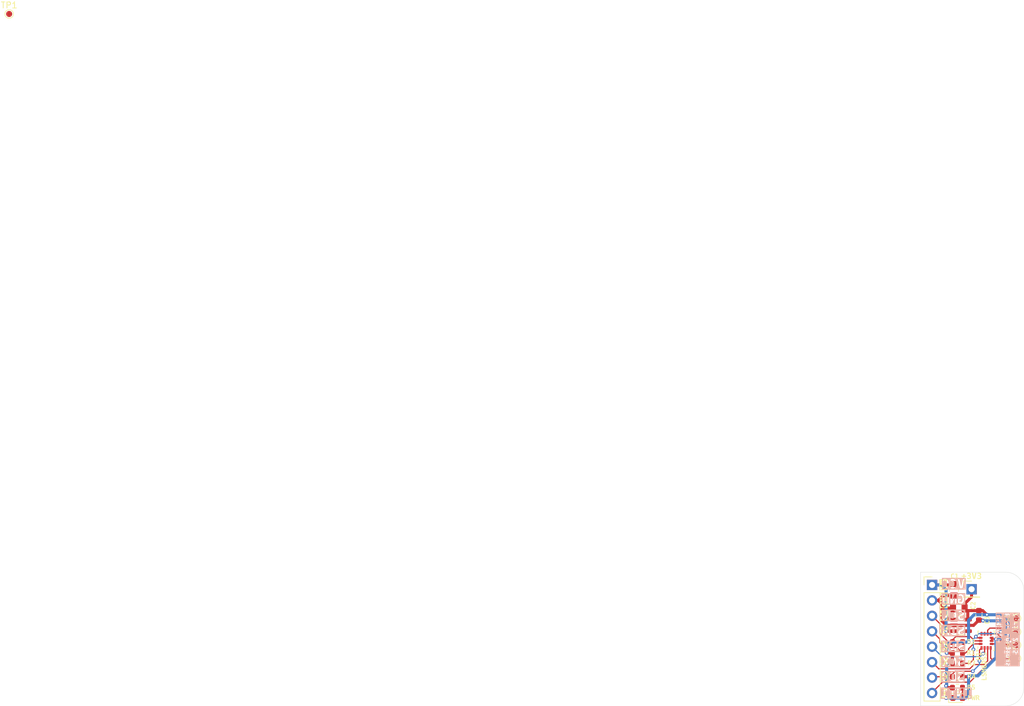
<source format=kicad_pcb>
(kicad_pcb (version 20241229) (generator "pcbnew") (generator_version "9.0")
  (layers (0 "F.Cu" signal) (2 "B.Cu" signal) (13 "F.Paste" user) (15 "B.Paste" user) (5 "F.SilkS" user "F.Silkscreen") (7 "B.SilkS" user "B.Silkscreen") (1 "F.Mask" user) (3 "B.Mask" user) (25 "Edge.Cuts" user))
  (net 0 "")
  (net 1 "GND")
  (net 2 "VCC")
  (net 3 "+3V3")
  (net 4 "Net-(D1-A)")
  (net 5 "/SCX")
  (net 6 "/SDX")
  (net 7 "/SDO")
  (net 8 "/SCL")
  (net 9 "/SDA")
  (net 10 "/INT1")
  (net 11 "/CS")
  (net 13 "/INT2")
  (footprint "Connector_PinHeader_2.54mm:PinHeader_1x08_P2.54mm_Vertical" (layer "F.Cu") (at 152.77868 94.97868)
    (property "Reference" "J1" (hide yes))
    (property "Value" "Conn_01x08_Pin" (hide yes))
    (fp_line (start -1.33 -1.33) (end 0 -1.33) (stroke (width 0.12)) (layer "F.SilkS"))
    (fp_line (start -1.33 0) (end -1.33 -1.33) (stroke (width 0.12)) (layer "F.SilkS"))
    (fp_line (start -1.33 1.27) (end -1.33 19.11) (stroke (width 0.12)) (layer "F.SilkS"))
    (fp_line (start -1.33 1.27) (end 1.33 1.27) (stroke (width 0.12)) (layer "F.SilkS"))
    (fp_line (start -1.33 19.11) (end 1.33 19.11) (stroke (width 0.12)) (layer "F.SilkS"))
    (fp_line (start 1.33 1.27) (end 1.33 19.11) (stroke (width 0.12)) (layer "F.SilkS"))
    (pad "1" thru_hole rect (at 0 0) (size 1.7 1.7) (drill 1) (layers "*.Cu" "*.Mask") (net 2 "VCC"))
    (pad "2" thru_hole oval (at 0 2.54) (size 1.7 1.7) (drill 1) (layers "*.Cu" "*.Mask") (net 1 "GND"))
    (pad "3" thru_hole oval (at 0 5.08) (size 1.7 1.7) (drill 1) (layers "*.Cu" "*.Mask") (net 8 "/SCL"))
    (pad "4" thru_hole oval (at 0 7.62) (size 1.7 1.7) (drill 1) (layers "*.Cu" "*.Mask") (net 9 "/SDA"))
    (pad "5" thru_hole oval (at 0 10.16) (size 1.7 1.7) (drill 1) (layers "*.Cu" "*.Mask") (net 6 "/SDX"))
    (pad "6" thru_hole oval (at 0 12.7) (size 1.7 1.7) (drill 1) (layers "*.Cu" "*.Mask") (net 5 "/SCX"))
    (pad "7" thru_hole oval (at 0 15.24) (size 1.7 1.7) (drill 1) (layers "*.Cu" "*.Mask") (net 7 "/SDO"))
    (pad "8" thru_hole oval (at 0 17.78) (size 1.7 1.7) (drill 1) (layers "*.Cu" "*.Mask") (net 10 "/INT1"))
  )
  (footprint "TestPoint:TestPoint_Pad_D1.0mm" (layer "F.Cu") (at 166.67868 100.47868)
    (property "Reference" "TP6" (hide yes))
    (property "Value" "I2" (at -1.6 0 0) (layer "F.SilkS") (effects (font (size 0.8 0.8) (thickness 0.16) (bold yes))))
    (fp_circle (center 0 0) (end 0 0.7) (stroke (width 0.12)) (fill no) (layer "F.SilkS"))
    (pad "1" smd circle (at 0 0) (size 1 1) (layers "F.Cu" "F.Mask") (net 13 "/INT2"))
  )
  (footprint "Resistor_SMD:R_0603_1608Metric" (layer "F.Cu") (at 156.97868 104.37868 180)
    (property "Reference" "R2" (at -2.225 0 0) (layer "F.SilkS") (effects (font (size 0.8 0.8) (thickness 0.16) (bold yes))))
    (property "Value" "4k7" (hide yes))
    (fp_line (start -0.237258 0.5225) (end 0.237258 0.5225) (stroke (width 0.12)) (layer "F.SilkS"))
    (fp_line (start -0.237258 -0.5225) (end 0.237258 -0.5225) (stroke (width 0.12)) (layer "F.SilkS"))
    (pad "1" smd roundrect (at -0.825 0 180) (size 0.8 0.95) (layers "F.Cu" "F.Mask" "F.Paste") (net 3 "+3V3"))
    (pad "2" smd roundrect (at 0.825 0 180) (size 0.8 0.95) (layers "F.Cu" "F.Mask" "F.Paste") (net 8 "/SCL"))
  )
  (footprint "MountingHole:MountingHole_3.2mm_M3" (layer "F.Cu") (at 164.27868 96.47868)
    (property "Reference" "H1" (hide yes))
    (property "Value" "MountingHole" (hide yes))
    (pad "" np_thru_hole circle (at 0 0) (size 3.2 3.2) (drill 3.2) (layers "*.Cu" "*.Mask"))
  )
  (footprint "Resistor_SMD:R_0603_1608Metric" (layer "F.Cu") (at 156.95368 106.17868 180)
    (property "Reference" "R1" (at -2.225 0 0) (layer "F.SilkS") (effects (font (size 0.8 0.8) (thickness 0.16) (bold yes))))
    (property "Value" "4k7" (hide yes))
    (fp_line (start -0.237258 0.5225) (end 0.237258 0.5225) (stroke (width 0.12)) (layer "F.SilkS"))
    (fp_line (start -0.237258 -0.5225) (end 0.237258 -0.5225) (stroke (width 0.12)) (layer "F.SilkS"))
    (pad "1" smd roundrect (at -0.825 0 180) (size 0.8 0.95) (layers "F.Cu" "F.Mask" "F.Paste") (net 9 "/SDA"))
    (pad "2" smd roundrect (at 0.825 0 180) (size 0.8 0.95) (layers "F.Cu" "F.Mask" "F.Paste") (net 3 "+3V3"))
  )
  (footprint "Connector_PinHeader_2.54mm:PinHeader_1x01_P2.54mm_Vertical" (layer "F.Cu") (at 159.27868 95.67868)
    (property "Reference" "J2" (hide yes))
    (property "Value" "+3V3" (at 0 -2.1 0) (layer "F.SilkS") (effects (font (thickness 0.2) (bold yes))))
    (fp_line (start -1.33 -1.33) (end 0 -1.33) (stroke (width 0.12)) (layer "F.SilkS"))
    (fp_line (start -1.33 0) (end -1.33 -1.33) (stroke (width 0.12)) (layer "F.SilkS"))
    (fp_line (start -1.33 1.27) (end -1.33 1.33) (stroke (width 0.12)) (layer "F.SilkS"))
    (fp_line (start -1.33 1.27) (end 1.33 1.27) (stroke (width 0.12)) (layer "F.SilkS"))
    (fp_line (start -1.33 1.33) (end 1.33 1.33) (stroke (width 0.12)) (layer "F.SilkS"))
    (fp_line (start 1.33 1.27) (end 1.33 1.33) (stroke (width 0.12)) (layer "F.SilkS"))
    (pad "1" thru_hole rect (at 0 0) (size 1.7 1.7) (drill 1) (layers "*.Cu" "*.Mask") (net 3 "+3V3"))
  )
  (footprint "Capacitor_SMD:C_0805_2012Metric" (layer "F.Cu") (at 157.17868 98.77868 180)
    (property "Reference" "C2" (at -2.4 0.4 90) (layer "F.SilkS") (effects (font (size 0.8 0.8) (thickness 0.16) (bold yes))))
    (property "Value" "10uF" (hide yes))
    (fp_line (start -0.261252 0.735) (end 0.261252 0.735) (stroke (width 0.12)) (layer "F.SilkS"))
    (fp_line (start -0.261252 -0.735) (end 0.261252 -0.735) (stroke (width 0.12)) (layer "F.SilkS"))
    (pad "1" smd roundrect (at -0.95 0 180) (size 1 1.45) (layers "F.Cu" "F.Mask" "F.Paste") (net 3 "+3V3"))
    (pad "2" smd roundrect (at 0.95 0 180) (size 1 1.45) (layers "F.Cu" "F.Mask" "F.Paste") (net 1 "GND"))
  )
  (footprint "LED_SMD:LED_0603_1608Metric" (layer "F.Cu") (at 156.99118 113.57868)
    (property "Reference" "D1" (hide yes))
    (property "Value" "PWR" (at 2.60882 0.02132 0) (layer "F.SilkS") (effects (font (size 0.8 0.8) (thickness 0.16) (bold yes))))
    (fp_line (start -1.485 -0.735) (end -1.485 0.735) (stroke (width 0.12)) (layer "F.SilkS"))
    (fp_line (start -1.485 0.735) (end 0.8 0.735) (stroke (width 0.12)) (layer "F.SilkS"))
    (fp_line (start 0.8 -0.735) (end -1.485 -0.735) (stroke (width 0.12)) (layer "F.SilkS"))
    (pad "1" smd roundrect (at -0.7875 0) (size 0.875 0.95) (layers "F.Cu" "F.Mask" "F.Paste") (net 1 "GND"))
    (pad "2" smd roundrect (at 0.7875 0) (size 0.875 0.95) (layers "F.Cu" "F.Mask" "F.Paste") (net 4 "Net-(D1-A)"))
  )
  (footprint "Resistor_SMD:R_0603_1608Metric" (layer "F.Cu") (at 156.95368 110.07868)
    (property "Reference" "R4" (at 2.325 0 0) (layer "F.SilkS") (effects (font (size 0.8 0.8) (thickness 0.16) (bold yes))))
    (property "Value" "10k" (hide yes))
    (fp_line (start -0.237258 -0.5225) (end 0.237258 -0.5225) (stroke (width 0.12)) (layer "F.SilkS"))
    (fp_line (start -0.237258 0.5225) (end 0.237258 0.5225) (stroke (width 0.12)) (layer "F.SilkS"))
    (pad "1" smd roundrect (at -0.825 0) (size 0.8 0.95) (layers "F.Cu" "F.Mask" "F.Paste") (net 7 "/SDO"))
    (pad "2" smd roundrect (at 0.825 0) (size 0.8 0.95) (layers "F.Cu" "F.Mask" "F.Paste") (net 1 "GND"))
  )
  (footprint "Package_LGA:LGA-14_3x2.5mm_P0.5mm_LayoutBorder3x4y" (layer "F.Cu") (at 161.66618 104.17868 90)
    (property "Reference" "U1" (at -2.52132 -1.16618 90) (layer "F.SilkS") (effects (font (size 0.8 0.8) (thickness 0.16) (bold yes))))
    (property "Value" "LSM6DS3" (at -4.22132 -0.26618 90) (layer "F.SilkS") (effects (font (size 0.8 0.8) (thickness 0.16) (bold yes))))
    (fp_line (start 1.61 -1.36) (end 1.61 -1.185) (stroke (width 0.12)) (layer "F.SilkS"))
    (fp_line (start 0.935 -1.36) (end 1.61 -1.36) (stroke (width 0.12)) (layer "F.SilkS"))
    (fp_line (start -0.935 -1.36) (end -1.31 -1.36) (stroke (width 0.12)) (layer "F.SilkS"))
    (fp_line (start 1.61 1.36) (end 1.61 1.185) (stroke (width 0.12)) (layer "F.SilkS"))
    (fp_line (start 0.935 1.36) (end 1.61 1.36) (stroke (width 0.12)) (layer "F.SilkS"))
    (fp_line (start -0.935 1.36) (end -1.61 1.36) (stroke (width 0.12)) (layer "F.SilkS"))
    (fp_line (start -1.61 1.36) (end -1.61 1.185) (stroke (width 0.12)) (layer "F.SilkS"))
    (fp_poly (pts (xy -1.61 -1.36) (xy -1.75 -1.55) (xy -1.47 -1.55) (xy -1.61 -1.36)) (stroke (width 0.12)) (fill yes) (layer "F.SilkS"))
    (pad "1" smd roundrect (at -1.1625 -0.75 90) (size 0.625 0.35) (layers "F.Cu" "F.Mask" "F.Paste") (net 7 "/SDO"))
    (pad "2" smd roundrect (at -1.1625 -0.25 90) (size 0.625 0.35) (layers "F.Cu" "F.Mask" "F.Paste") (net 6 "/SDX"))
    (pad "3" smd roundrect (at -1.1625 0.25 90) (size 0.625 0.35) (layers "F.Cu" "F.Mask" "F.Paste") (net 5 "/SCX"))
    (pad "4" smd roundrect (at -1.1625 0.75 90) (size 0.625 0.35) (layers "F.Cu" "F.Mask" "F.Paste") (net 10 "/INT1"))
    (pad "5" smd roundrect (at -0.5 0.9125 90) (size 0.35 0.625) (layers "F.Cu" "F.Mask" "F.Paste") (net 3 "+3V3"))
    (pad "6" smd roundrect (at 0 0.9125 90) (size 0.35 0.625) (layers "F.Cu" "F.Mask" "F.Paste") (net 1 "GND"))
    (pad "7" smd roundrect (at 0.5 0.9125 90) (size 0.35 0.625) (layers "F.Cu" "F.Mask" "F.Paste") (net 1 "GND"))
    (pad "8" smd roundrect (at 1.1625 0.75 90) (size 0.625 0.35) (layers "F.Cu" "F.Mask" "F.Paste") (net 3 "+3V3"))
    (pad "9" smd roundrect (at 1.1625 0.25 90) (size 0.625 0.35) (layers "F.Cu" "F.Mask" "F.Paste") (net 13 "/INT2"))
    (pad "10" smd roundrect (at 1.1625 -0.25 90) (size 0.625 0.35) (layers "F.Cu" "F.Mask" "F.Paste"))
    (pad "11" smd roundrect (at 1.1625 -0.75 90) (size 0.625 0.35) (layers "F.Cu" "F.Mask" "F.Paste"))
    (pad "12" smd roundrect (at 0.5 -0.9125 90) (size 0.35 0.625) (layers "F.Cu" "F.Mask" "F.Paste") (net 11 "/CS"))
    (pad "13" smd roundrect (at 0 -0.9125 90) (size 0.35 0.625) (layers "F.Cu" "F.Mask" "F.Paste") (net 8 "/SCL"))
    (pad "14" smd roundrect (at -0.5 -0.9125 90) (size 0.35 0.625) (layers "F.Cu" "F.Mask" "F.Paste") (net 9 "/SDA"))
  )
  (footprint "Resistor_SMD:R_0603_1608Metric" (layer "F.Cu") (at 156.95368 107.87868)
    (property "Reference" "R3" (at 2.325 0 0) (layer "F.SilkS") (effects (font (size 0.8 0.8) (thickness 0.16) (bold yes))))
    (property "Value" "10k" (hide yes))
    (fp_line (start -0.237258 -0.5225) (end 0.237258 -0.5225) (stroke (width 0.12)) (layer "F.SilkS"))
    (fp_line (start -0.237258 0.5225) (end 0.237258 0.5225) (stroke (width 0.12)) (layer "F.SilkS"))
    (pad "1" smd roundrect (at -0.825 0) (size 0.8 0.95) (layers "F.Cu" "F.Mask" "F.Paste") (net 3 "+3V3"))
    (pad "2" smd roundrect (at 0.825 0) (size 0.8 0.95) (layers "F.Cu" "F.Mask" "F.Paste") (net 11 "/CS"))
  )
  (footprint "Resistor_SMD:R_0603_1608Metric" (layer "F.Cu") (at 156.95368 111.87868)
    (property "Reference" "R5" (at 2.275 0 0) (layer "F.SilkS") (effects (font (size 0.8 0.8) (thickness 0.16) (bold yes))))
    (property "Value" "10k" (hide yes))
    (fp_line (start -0.237258 -0.5225) (end 0.237258 -0.5225) (stroke (width 0.12)) (layer "F.SilkS"))
    (fp_line (start -0.237258 0.5225) (end 0.237258 0.5225) (stroke (width 0.12)) (layer "F.SilkS"))
    (pad "1" smd roundrect (at -0.825 0) (size 0.8 0.95) (layers "F.Cu" "F.Mask" "F.Paste") (net 3 "+3V3"))
    (pad "2" smd roundrect (at 0.825 0) (size 0.8 0.95) (layers "F.Cu" "F.Mask" "F.Paste") (net 4 "Net-(D1-A)"))
  )
  (footprint "MountingHole:MountingHole_3.2mm_M3" (layer "F.Cu") (at 164.27868 111.27868)
    (property "Reference" "H2" (hide yes))
    (property "Value" "MountingHole" (hide yes))
    (pad "" np_thru_hole circle (at 0 0) (size 3.2 3.2) (drill 3.2) (layers "*.Cu" "*.Mask"))
  )
  (footprint "TestPoint:TestPoint_Pad_D1.0mm" (layer "F.Cu") (at 1.025 1.025)
    (property "Reference" "TP1" (at 0 -1.448 0) (layer "F.SilkS"))
    (property "Value" "3V3")
    (fp_circle (center 0 0) (end 0 0.7) (stroke (width 0.12)) (fill no) (layer "F.SilkS"))
    (pad "1" smd circle (at 0 0) (size 1 1) (layers "F.Cu" "F.Mask"))
  )
  (footprint "TestPoint:TestPoint_Pad_D1.0mm" (layer "F.Cu") (at 166.67868 102.67868)
    (property "Reference" "TP7" (hide yes))
    (property "Value" "CS" (at -1.6 0 180) (layer "F.SilkS") (effects (font (size 0.8 0.8) (thickness 0.16) (bold yes))))
    (fp_circle (center 0 0) (end 0 0.7) (stroke (width 0.12)) (fill no) (layer "F.SilkS"))
    (pad "1" smd circle (at 0 0) (size 1 1) (layers "F.Cu" "F.Mask") (net 11 "/CS"))
  )
  (footprint "TestPoint:TestPoint_Pad_D1.0mm" (layer "F.Cu") (at 166.67868 104.87868)
    (property "Reference" "TP8" (hide yes))
    (property "Value" "3V" (at -1.7 0 0) (layer "F.SilkS") (effects (font (size 0.8 0.8) (thickness 0.16) (bold yes))))
    (fp_circle (center 0 0) (end 0 0.7) (stroke (width 0.12)) (fill no) (layer "F.SilkS"))
    (pad "1" smd circle (at 0 0) (size 1 1) (layers "F.Cu" "F.Mask") (net 3 "+3V3"))
  )
  (footprint "Capacitor_SMD:C_0603_1608Metric" (layer "F.Cu") (at 160.47868 99.97868 -90)
    (property "Reference" "C3" (at 0.8 -1.4 90) (layer "F.SilkS") (effects (font (size 0.8 0.8) (thickness 0.16) (bold yes))))
    (property "Value" "100nF" (hide yes))
    (fp_line (start -0.14058 0.51) (end 0.14058 0.51) (stroke (width 0.12)) (layer "F.SilkS"))
    (fp_line (start -0.14058 -0.51) (end 0.14058 -0.51) (stroke (width 0.12)) (layer "F.SilkS"))
    (pad "1" smd roundrect (at -0.775 0 270) (size 0.9 0.95) (layers "F.Cu" "F.Mask" "F.Paste") (net 3 "+3V3"))
    (pad "2" smd roundrect (at 0.775 0 270) (size 0.9 0.95) (layers "F.Cu" "F.Mask" "F.Paste") (net 1 "GND"))
  )
  (footprint "Package_TO_SOT_SMD:SOT-23-5" (layer "F.Cu") (at 157.51618 101.62868)
    (property "Reference" "U2" (hide yes))
    (property "Value" "AP2112K-3.3" (hide yes))
    (fp_line (start 0 -1.56) (end -0.8 -1.56) (stroke (width 0.12)) (layer "F.SilkS"))
    (fp_line (start 0 -1.56) (end 0.8 -1.56) (stroke (width 0.12)) (layer "F.SilkS"))
    (fp_line (start 0 1.56) (end -0.8 1.56) (stroke (width 0.12)) (layer "F.SilkS"))
    (fp_line (start 0 1.56) (end 0.8 1.56) (stroke (width 0.12)) (layer "F.SilkS"))
    (fp_poly (pts (xy -1.3 -1.51) (xy -1.54 -1.84) (xy -1.06 -1.84) (xy -1.3 -1.51)) (stroke (width 0.12)) (fill yes) (layer "F.SilkS"))
    (pad "1" smd roundrect (at -1.1375 -0.95) (size 1.325 0.6) (layers "F.Cu" "F.Mask" "F.Paste") (net 2 "VCC"))
    (pad "2" smd roundrect (at -1.1375 0) (size 1.325 0.6) (layers "F.Cu" "F.Mask" "F.Paste") (net 1 "GND"))
    (pad "3" smd roundrect (at -1.1375 0.95) (size 1.325 0.6) (layers "F.Cu" "F.Mask" "F.Paste") (net 2 "VCC"))
    (pad "4" smd roundrect (at 1.1375 0.95) (size 1.325 0.6) (layers "F.Cu" "F.Mask" "F.Paste"))
    (pad "5" smd roundrect (at 1.1375 -0.95) (size 1.325 0.6) (layers "F.Cu" "F.Mask" "F.Paste") (net 3 "+3V3"))
  )
  (footprint "Capacitor_SMD:C_0805_2012Metric" (layer "F.Cu") (at 156.37868 95.77868 -90)
    (property "Reference" "C1" (at -2.2 -0.1 180) (layer "F.SilkS") (effects (font (size 0.8 0.8) (thickness 0.16) (bold yes))))
    (property "Value" "10uF" (hide yes))
    (fp_line (start -0.261252 0.735) (end 0.261252 0.735) (stroke (width 0.12)) (layer "F.SilkS"))
    (fp_line (start -0.261252 -0.735) (end 0.261252 -0.735) (stroke (width 0.12)) (layer "F.SilkS"))
    (pad "1" smd roundrect (at -0.95 0 270) (size 1 1.45) (layers "F.Cu" "F.Mask" "F.Paste") (net 2 "VCC"))
    (pad "2" smd roundrect (at 0.95 0 270) (size 1 1.45) (layers "F.Cu" "F.Mask" "F.Paste") (net 1 "GND"))
  )
  (footprint "TestPoint:TestPoint_Pad_D1.0mm" (layer "F.Cu") (at 166.67868 107.07868)
    (property "Reference" "TP5" (hide yes))
    (property "Value" "I1" (at -1.6 0 0) (layer "F.SilkS") (effects (font (size 0.8 0.8) (thickness 0.16) (bold yes))))
    (fp_circle (center 0 0) (end 0 0.7) (stroke (width 0.12)) (fill no) (layer "F.SilkS"))
    (pad "1" smd circle (at 0 0) (size 1 1) (layers "F.Cu" "F.Mask") (net 10 "/INT1"))
  )
  (gr_line (start 150.87868 92.87868) (end 150.87868 114.87868) (stroke (width 0.05)) (layer "Edge.Cuts"))
  (gr_line (start 150.87868 92.87868) (end 164.87868 92.87868) (stroke (width 0.05)) (layer "Edge.Cuts"))
  (gr_line (start 167.87868 95.87868) (end 167.87868 111.87868) (stroke (width 0.05)) (layer "Edge.Cuts"))
  (gr_line (start 150.87868 114.87868) (end 164.87868 114.87868) (stroke (width 0.05)) (layer "Edge.Cuts"))
  (gr_arc (start 164.87868 92.87868) (mid 167 93.75736) (end 167.87868 95.87868) (stroke (width 0.05)) (layer "Edge.Cuts"))
  (gr_arc (start 167.87868 111.87868) (mid 167 114) (end 164.87868 114.87868) (stroke (width 0.05)) (layer "Edge.Cuts"))
  (gr_text "GND" (at 155.37868 98.77868 90) (layer "F.SilkS" knockout) (effects (font (size 1 1) (thickness 0.2) (bold yes)) (justify left bottom)))
  (gr_text "DX\n" (at 155.37868 106.07868 90) (layer "F.SilkS" knockout) (effects (font (size 1 1) (thickness 0.2) (bold yes)) (justify left bottom)))
  (gr_text "D0" (at 155.37868 110.87868 90) (layer "F.SilkS" knockout) (effects (font (size 1 1) (thickness 0.2) (bold yes)) (justify left bottom)))
  (gr_text "CX" (at 155.37868 108.47868 90) (layer "F.SilkS" knockout) (effects (font (size 1 1) (thickness 0.2) (bold yes)) (justify left bottom)))
  (gr_text "I1" (at 155.37868 113.67868 90) (layer "F.SilkS" knockout) (effects (font (size 1 1) (thickness 0.2) (bold yes)) (justify left bottom)))
  (gr_text "DA" (at 155.37868 103.37868 90) (layer "F.SilkS" knockout) (effects (font (size 1 1) (thickness 0.2) (bold yes)) (justify left bottom)))
  (gr_text "CL" (at 155.37868 100.87868 90) (layer "F.SilkS" knockout) (effects (font (size 1 1) (thickness 0.2) (bold yes)) (justify left bottom)))
  (gr_text "V+" (at 155.27868 95.77868 90) (layer "F.SilkS" knockout) (effects (font (size 1 1) (thickness 0.2) (bold yes)) (justify left bottom)))
  (gr_text "SDA" (at 158.2 103.5 0) (layer "B.SilkS" knockout) (effects (font (size 1.5 1.5) (thickness 0.2) (bold yes)) (justify left bottom mirror)))
  (gr_text "SD0" (at 158.1 111.1 0) (layer "B.SilkS" knockout) (effects (font (size 1.5 1.5) (thickness 0.2) (bold yes)) (justify left bottom mirror)))
  (gr_text "LSM3DS0\nEzer Longinus\nApril 2025" (at 167 99.6 90) (layer "B.SilkS" knockout) (effects (font (size 0.8 0.8) (thickness 0.2) (bold yes)) (justify left bottom mirror)))
  (gr_text "VCC" (at 158.2 95.8 0) (layer "B.SilkS" knockout) (effects (font (size 1.5 1.5) (thickness 0.2) (bold yes)) (justify left bottom mirror)))
  (gr_text "SDX" (at 158.2 106.1 0) (layer "B.SilkS" knockout) (effects (font (size 1.5 1.5) (thickness 0.2) (bold yes)) (justify left bottom mirror)))
  (gr_text "SCL" (at 158.2 101 0) (layer "B.SilkS" knockout) (effects (font (size 1.5 1.5) (thickness 0.2) (bold yes)) (justify left bottom mirror)))
  (gr_text "INT1" (at 159.3 113.8 0) (layer "B.SilkS" knockout) (effects (font (size 1.5 1.5) (thickness 0.2) (bold yes)) (justify left bottom mirror)))
  (gr_text "GND" (at 158.2 98.3 0) (layer "B.SilkS" knockout) (effects (font (size 1.5 1.5) (thickness 0.2) (bold yes)) (justify left bottom mirror)))
  (gr_text "SCX" (at 158.2 108.6 0) (layer "B.SilkS" knockout) (effects (font (size 1.5 1.5) (thickness 0.2) (bold yes)) (justify left bottom mirror)))
  (segment (start 156.37868 101.62868) (end 159.60368 101.62868) (width 0.5) (layer "F.Cu") (net 1))
  (segment (start 154.27868 97.95868) (end 153.83868 97.51868) (width 0.5) (layer "F.Cu") (net 1))
  (segment (start 159.60368 101.62868) (end 160.47868 100.75368) (width 0.5) (layer "F.Cu") (net 1))
  (segment (start 156.37868 101.62868) (end 155.127912 101.62868) (width 0.5) (layer "F.Cu") (net 1))
  (segment (start 156.22868 98.77868) (end 154.27868 98.77868) (width 0.5) (layer "F.Cu") (net 1))
  (segment (start 153.83868 97.51868) (end 154.47868 96.87868) (width 0.5) (layer "F.Cu") (net 1))
  (segment (start 156.20368 113.57868) (end 155.07868 113.57868) (width 0.5) (layer "F.Cu") (net 1))
  (segment (start 162.57868 103.67868) (end 162.57868 103.87868) (width 0.2) (layer "F.Cu") (net 1))
  (segment (start 160.47868 100.75368) (end 161.05368 100.75368) (width 0.5) (layer "F.Cu") (net 1))
  (segment (start 156.37868 96.72868) (end 154.62868 96.72868) (width 0.5) (layer "F.Cu") (net 1))
  (segment (start 162.57868 103.87868) (end 163.27868 103.87868) (width 0.2) (layer "F.Cu") (net 1))
  (segment (start 162.57868 103.87868) (end 162.57868 104.17868) (width 0.2) (layer "F.Cu") (net 1))
  (segment (start 157.77868 110.07868) (end 158.67868 110.07868) (width 0.5) (layer "F.Cu") (net 1))
  (segment (start 161.15 100.85) (end 161.17868 100.87868) (width 0.5) (layer "F.Cu") (net 1))
  (segment (start 154.27868 100.779448) (end 154.27868 98.77868) (width 0.5) (layer "F.Cu") (net 1))
  (segment (start 152.77868 97.51868) (end 153.83868 97.51868) (width 0.5) (layer "F.Cu") (net 1))
  (segment (start 161.05368 100.75368) (end 161.15 100.85) (width 0.5) (layer "F.Cu") (net 1))
  (segment (start 155.127912 101.62868) (end 154.27868 100.779448) (width 0.5) (layer "F.Cu") (net 1))
  (segment (start 158.67868 110.07868) (end 158.77868 109.97868) (width 0.5) (layer "F.Cu") (net 1))
  (segment (start 154.27868 98.77868) (end 154.27868 97.95868) (width 0.5) (layer "F.Cu") (net 1))
  (segment (start 154.62868 96.72868) (end 154.47868 96.87868) (width 0.5) (layer "F.Cu") (net 1))
  (via (at 163.27868 103.9) (size 0.6) (drill 0.3) (layers "F.Cu" "B.Cu") (net 1))
  (via (at 158.77868 110) (size 0.6) (drill 0.3) (layers "F.Cu" "B.Cu") (net 1))
  (via (at 155.07868 113.57868) (size 0.6) (drill 0.3) (layers "F.Cu" "B.Cu") (net 1))
  (via (at 161.15 100.85) (size 0.6) (drill 0.3) (layers "F.Cu" "B.Cu") (net 1))
  (segment (start 163.37868 100.87868) (end 164.27868 100.87868) (width 0.5) (layer "B.Cu") (net 1))
  (segment (start 163.27868 103.9) (end 163.27868 103.87868) (width 0.5) (layer "B.Cu") (net 1))
  (segment (start 158.77868 109.97868) (end 158.77868 110) (width 0.5) (layer "B.Cu") (net 1))
  (segment (start 160.32768 109.92968) (end 163.27868 106.97868) (width 0.5) (layer "B.Cu") (net 1))
  (segment (start 159.08068 109.97868) (end 158.77868 109.97868) (width 0.5) (layer "B.Cu") (net 1))
  (segment (start 158.27868 113.57868) (end 158.77868 113.07868) (width 0.5) (layer "B.Cu") (net 1))
  (segment (start 164.27868 100.87868) (end 164.87868 101.47868) (width 0.5) (layer "B.Cu") (net 1))
  (segment (start 155.07868 113.57868) (end 158.27868 113.57868) (width 0.5) (layer "B.Cu") (net 1))
  (segment (start 163.27868 106.97868) (end 163.27868 103.9) (width 0.5) (layer "B.Cu") (net 1))
  (segment (start 158.77868 110) (end 158.77868 113.07868) (width 0.5) (layer "B.Cu") (net 1))
  (segment (start 164.07868 103.87868) (end 163.27868 103.87868) (width 0.5) (layer "B.Cu") (net 1))
  (segment (start 164.87868 103.07868) (end 164.07868 103.87868) (width 0.5) (layer "B.Cu") (net 1))
  (segment (start 161.17868 100.87868) (end 163.37868 100.87868) (width 0.5) (layer "B.Cu") (net 1))
  (segment (start 159.12968 109.92968) (end 160.32768 109.92968) (width 0.5) (layer "B.Cu") (net 1))
  (segment (start 164.87868 101.47868) (end 164.87868 103.07868) (width 0.5) (layer "B.Cu") (net 1))
  (segment (start 159.12968 109.92968) (end 159.08068 109.97868) (width 0.5) (layer "B.Cu") (net 1))
  (segment (start 153.37868 94.37868) (end 152.77868 94.97868) (width 0.5) (layer "F.Cu") (net 2))
  (segment (start 156.22868 94.97868) (end 156.37868 94.82868) (width 0.5) (layer "F.Cu") (net 2))
  (segment (start 152.77868 94.97868) (end 156.22868 94.97868) (width 0.5) (layer "F.Cu") (net 2))
  (segment (start 156.37868 100.67868) (end 155.47868 100.67868) (width 0.5) (layer "F.Cu") (net 2))
  (segment (start 156.37868 102.57868) (end 155.1 102.57868) (width 0.5) (layer "F.Cu") (net 2))
  (segment (start 155.47868 100.67868) (end 155.07868 100.27868) (width 0.5) (layer "F.Cu") (net 2))
  (segment (start 155.1 102.57868) (end 155.07868 102.57868) (width 0.5) (layer "F.Cu") (net 2))
  (via (at 155.1 102.57868) (size 0.6) (drill 0.3) (layers "F.Cu" "B.Cu") (net 2))
  (via (at 155.07868 100.2) (size 0.6) (drill 0.3) (layers "F.Cu" "B.Cu") (net 2))
  (segment (start 154.27868 94.97868) (end 152.77868 94.97868) (width 0.5) (layer "B.Cu") (net 2))
  (segment (start 155.07868 98.47868) (end 155.07868 95.77868) (width 0.5) (layer "B.Cu") (net 2))
  (segment (start 155.07868 102.57868) (end 155.07868 100.27868) (width 0.5) (layer "B.Cu") (net 2))
  (segment (start 155.07868 99.97868) (end 155.07868 98.47868) (width 0.5) (layer "B.Cu") (net 2))
  (segment (start 155.07868 100.2) (end 155.07868 99.97868) (width 0.5) (layer "B.Cu") (net 2))
  (segment (start 155.07868 100.27868) (end 155.07868 100.2) (width 0.5) (layer "B.Cu") (net 2))
  (segment (start 155.07868 95.77868) (end 154.27868 94.97868) (width 0.5) (layer "B.Cu") (net 2))
  (segment (start 163.54118 103.01618) (end 163.97868 103.45368) (width 0.2) (layer "F.Cu") (net 3))
  (segment (start 166.67868 104.87868) (end 165.67868 104.87868) (width 0.5) (layer "F.Cu") (net 3))
  (segment (start 165.67868 104.3) (end 165.67868 104.27868) (width 0.5) (layer "F.Cu") (net 3))
  (segment (start 158.65368 99.30368) (end 158.12868 98.77868) (width 0.5) (layer "F.Cu") (net 3))
  (segment (start 164.77868 104.87868) (end 164.47868 104.57868) (width 0.5) (layer "F.Cu") (net 3))
  (segment (start 164.47868 104.57868) (end 164.37868 104.67868) (width 0.2) (layer "F.Cu") (net 3))
  (segment (start 158.65368 100.67868) (end 158.65368 99.30368) (width 0.5) (layer "F.Cu") (net 3))
  (segment (start 157.80368 104.37868) (end 158.77868 104.37868) (width 0.5) (layer "F.Cu") (net 3))
  (segment (start 163.97868 104.07868) (end 164.47868 104.57868) (width 0.2) (layer "F.Cu") (net 3))
  (segment (start 156.12868 107.87868) (end 155.2 107.87868) (width 0.5) (layer "F.Cu") (net 3))
  (segment (start 163.97868 103.45368) (end 163.97868 104.07868) (width 0.2) (layer "F.Cu") (net 3))
  (segment (start 159.27868 95.27868) (end 159.27868 96.92868) (width 0.5) (layer "F.Cu") (net 3))
  (segment (start 158.75368 99.20368) (end 158.65368 99.30368) (width 0.5) (layer "F.Cu") (net 3))
  (segment (start 156.12868 111.87868) (end 155.37868 111.87868) (width 0.5) (layer "F.Cu") (net 3))
  (segment (start 162.41618 103.01618) (end 163.54118 103.01618) (width 0.2) (layer "F.Cu") (net 3))
  (segment (start 159.27868 96.92868) (end 158.12868 98.07868) (width 0.5) (layer "F.Cu") (net 3))
  (segment (start 155.2 107.87868) (end 155.17868 107.87868) (width 0.5) (layer "F.Cu") (net 3))
  (segment (start 156.12868 106.17868) (end 156.12868 107.87868) (width 0.5) (layer "F.Cu") (net 3))
  (segment (start 165.67868 104.87868) (end 164.77868 104.87868) (width 0.5) (layer "F.Cu") (net 3))
  (segment (start 161.10368 99.20368) (end 161.77868 99.87868) (width 0.5) (layer "F.Cu") (net 3))
  (segment (start 164.37868 104.67868) (end 162.57868 104.67868) (width 0.2) (layer "F.Cu") (net 3))
  (segment (start 165.67868 104.87868) (end 165.67868 104.3) (width 0.5) (layer "F.Cu") (net 3))
  (segment (start 160.47868 99.20368) (end 158.75368 99.20368) (width 0.5) (layer "F.Cu") (net 3))
  (segment (start 155.17868 106.17868) (end 156.12868 106.17868) (width 0.5) (layer "F.Cu") (net 3))
  (segment (start 155.37868 111.87868) (end 155.07868 111.57868) (width 0.5) (layer "F.Cu") (net 3))
  (segment (start 160.47868 99.20368) (end 161.10368 99.20368) (width 0.5) (layer "F.Cu") (net 3))
  (via (at 155.07868 111.57868) (size 0.6) (drill 0.3) (layers "F.Cu" "B.Cu") (net 3))
  (via (at 161.8 99.87868) (size 0.6) (drill 0.3) (layers "F.Cu" "B.Cu") (net 3))
  (via (at 155.17868 106.17868) (size 0.6) (drill 0.3) (layers "F.Cu" "B.Cu") (net 3))
  (via (at 158.77868 104.37868) (size 0.6) (drill 0.3) (layers "F.Cu" "B.Cu") (net 3))
  (via (at 155.2 107.87868) (size 0.6) (drill 0.3) (layers "F.Cu" "B.Cu") (net 3))
  (via (at 165.67868 104.3) (size 0.6) (drill 0.3) (layers "F.Cu" "B.Cu") (net 3))
  (segment (start 165.67868 104.27868) (end 165.67868 101.17868) (width 0.5) (layer "B.Cu") (net 3))
  (segment (start 158.77868 100.77868) (end 159.67868 99.87868) (width 0.5) (layer "B.Cu") (net 3))
  (segment (start 155.17868 107.87868) (end 155.17868 111.47868) (width 0.5) (layer "B.Cu") (net 3))
  (segment (start 155.17868 111.47868) (end 155.07868 111.57868) (width 0.5) (layer "B.Cu") (net 3))
  (segment (start 164.37868 99.87868) (end 161.8 99.87868) (width 0.5) (layer "B.Cu") (net 3))
  (segment (start 158.77868 104.37868) (end 155.67868 104.37868) (width 0.5) (layer "B.Cu") (net 3))
  (segment (start 155.17868 104.87868) (end 155.17868 106.17868) (width 0.5) (layer "B.Cu") (net 3))
  (segment (start 159.67868 99.87868) (end 161.77868 99.87868) (width 0.5) (layer "B.Cu") (net 3))
  (segment (start 158.77868 104.37868) (end 158.77868 100.77868) (width 0.5) (layer "B.Cu") (net 3))
  (segment (start 155.67868 104.37868) (end 155.17868 104.87868) (width 0.5) (layer "B.Cu") (net 3))
  (segment (start 165.67868 101.17868) (end 164.37868 99.87868) (width 0.5) (layer "B.Cu") (net 3))
  (segment (start 161.8 99.87868) (end 161.77868 99.87868) (width 0.5) (layer "B.Cu") (net 3))
  (segment (start 157.82868 113.52868) (end 157.77868 113.57868) (width 0.2) (layer "F.Cu") (net 4))
  (segment (start 157.77868 113.57868) (end 157.77868 111.87868) (width 0.2) (layer "F.Cu") (net 4))
  (segment (start 161.91618 107.47408) (end 161.31058 108.07968) (width 0.2) (layer "F.Cu") (net 5))
  (segment (start 159.67768 108.07968) (end 158.97868 108.77868) (width 0.2) (layer "F.Cu") (net 5))
  (segment (start 161.31058 108.07968) (end 159.67768 108.07968) (width 0.2) (layer "F.Cu") (net 5))
  (segment (start 153.87868 108.77868) (end 152.77868 107.67868) (width 0.2) (layer "F.Cu") (net 5))
  (segment (start 158.97868 108.77868) (end 153.87868 108.77868) (width 0.2) (layer "F.Cu") (net 5))
  (segment (start 161.91618 105.34118) (end 161.91618 107.47408) (width 0.2) (layer "F.Cu") (net 5))
  (segment (start 161.41618 105.34118) (end 161.41618 106.04118) (width 0.2) (layer "F.Cu") (net 6))
  (segment (start 161.41618 106.04118) (end 161.17868 106.27868) (width 0.2) (layer "F.Cu") (net 6))
  (via (at 161.17868 106.27868) (size 0.6) (drill 0.3) (layers "F.Cu" "B.Cu") (net 6))
  (segment (start 161.17868 106.27868) (end 160.67868 106.77868) (width 0.2) (layer "B.Cu") (net 6))
  (segment (start 154.41868 106.77868) (end 152.77868 105.13868) (width 0.2) (layer "B.Cu") (net 6))
  (segment (start 160.67868 106.77868) (end 154.41868 106.77868) (width 0.2) (layer "B.Cu") (net 6))
  (segment (start 153.03868 110.21868) (end 153.17868 110.07868) (width 0.2) (layer "F.Cu") (net 7))
  (segment (start 159.47868 109.17868) (end 156.57868 109.17868) (width 0.2) (layer "F.Cu") (net 7))
  (segment (start 153.17868 110.07868) (end 156.12868 110.07868) (width 0.2) (layer "F.Cu") (net 7))
  (segment (start 152.77868 110.21868) (end 152.77868 110.07868) (width 0.2) (layer "F.Cu") (net 7))
  (segment (start 152.77868 110.21868) (end 153.03868 110.21868) (width 0.2) (layer "F.Cu") (net 7))
  (segment (start 156.57868 109.17868) (end 156.12868 109.62868) (width 0.2) (layer "F.Cu") (net 7))
  (segment (start 156.12868 109.62868) (end 156.12868 110.07868) (width 0.2) (layer "F.Cu") (net 7))
  (segment (start 160.91618 105.34118) (end 160.57868 105.67868) (width 0.2) (layer "F.Cu") (net 7))
  (segment (start 160.57868 105.67868) (end 160.57868 107.47868) (width 0.2) (layer "F.Cu") (net 7))
  (via (at 160.57868 107.47868) (size 0.6) (drill 0.3) (layers "F.Cu" "B.Cu") (net 7))
  (via (at 159.47868 109.17868) (size 0.6) (drill 0.3) (layers "F.Cu" "B.Cu") (net 7))
  (segment (start 160.57868 107.47868) (end 160.57868 108.07868) (width 0.2) (layer "B.Cu") (net 7))
  (segment (start 160.57868 108.07868) (end 159.47868 109.17868) (width 0.2) (layer "B.Cu") (net 7))
  (segment (start 159.77868 104.17868) (end 160.75368 104.17868) (width 0.2) (layer "F.Cu") (net 8))
  (segment (start 156.15368 104.37868) (end 156.15368 104.00368) (width 0.2) (layer "F.Cu") (net 8))
  (segment (start 156.67868 103.47868) (end 159.07868 103.47868) (width 0.2) (layer "F.Cu") (net 8))
  (segment (start 159.07868 103.47868) (end 159.77868 104.17868) (width 0.2) (layer "F.Cu") (net 8))
  (segment (start 156.15368 104.37868) (end 155.47868 104.37868) (width 0.2) (layer "F.Cu") (net 8))
  (segment (start 154.09868 101.37868) (end 154.09868 102.29868) (width 0.2) (layer "F.Cu") (net 8))
  (segment (start 156.15368 104.00368) (end 156.67868 103.47868) (width 0.2) (layer "F.Cu") (net 8))
  (segment (start 155.47868 104.37868) (end 154.09868 102.99868) (width 0.2) (layer "F.Cu") (net 8))
  (segment (start 152.77868 100.05868) (end 154.09868 101.37868) (width 0.2) (layer "F.Cu") (net 8))
  (segment (start 154.09868 102.99868) (end 154.09868 102.29868) (width 0.2) (layer "F.Cu") (net 8))
  (segment (start 154.87868 105.27868) (end 154.05868 104.45868) (width 0.2) (layer "F.Cu") (net 9))
  (segment (start 158.77868 105.67868) (end 158.27868 106.17868) (width 0.2) (layer "F.Cu") (net 9))
  (segment (start 159.57868 104.67868) (end 158.77868 105.47868) (width 0.2) (layer "F.Cu") (net 9))
  (segment (start 158.77868 105.47868) (end 158.77868 105.67868) (width 0.2) (layer "F.Cu") (net 9))
  (segment (start 158.27868 106.17868) (end 157.77868 106.17868) (width 0.2) (layer "F.Cu") (net 9))
  (segment (start 160.75368 104.67868) (end 159.57868 104.67868) (width 0.2) (layer "F.Cu") (net 9))
  (segment (start 157.77868 106.17868) (end 156.87868 105.27868) (width 0.2) (layer "F.Cu") (net 9))
  (segment (start 154.05868 104.45868) (end 154.05868 103.87868) (width 0.2) (layer "F.Cu") (net 9))
  (segment (start 156.87868 105.27868) (end 154.87868 105.27868) (width 0.2) (layer "F.Cu") (net 9))
  (segment (start 154.05868 103.87868) (end 152.77868 102.59868) (width 0.2) (layer "F.Cu") (net 9))
  (segment (start 158.97868 110.97868) (end 154.47868 110.97868) (width 0.2) (layer "F.Cu") (net 10))
  (segment (start 162.67868 107.27868) (end 158.97868 110.97868) (width 0.2) (layer "F.Cu") (net 10))
  (segment (start 152.77868 112.67868) (end 152.77868 112.75868) (width 0.2) (layer "F.Cu") (net 10))
  (segment (start 166.67868 107.07868) (end 162.87868 107.07868) (width 0.2) (layer "F.Cu") (net 10))
  (segment (start 162.41618 107.01618) (end 162.67868 107.27868) (width 0.2) (layer "F.Cu") (net 10))
  (segment (start 154.47868 110.97868) (end 152.77868 112.67868) (width 0.2) (layer "F.Cu") (net 10))
  (segment (start 162.41618 105.34118) (end 162.41618 107.01618) (width 0.2) (layer "F.Cu") (net 10))
  (segment (start 162.87868 107.07868) (end 162.67868 107.27868) (width 0.2) (layer "F.Cu") (net 10))
  (segment (start 159.97868 103.47868) (end 160.17868 103.67868) (width 0.2) (layer "F.Cu") (net 11))
  (segment (start 160.17868 103.67868) (end 160.75368 103.67868) (width 0.2) (layer "F.Cu") (net 11))
  (segment (start 158.97868 107.87868) (end 159.57868 107.27868) (width 0.2) (layer "F.Cu") (net 11))
  (segment (start 159.57868 107.27868) (end 159.57868 105.57868) (width 0.2) (layer "F.Cu") (net 11))
  (segment (start 164.07868 102.67868) (end 166.67868 102.67868) (width 0.2) (layer "F.Cu") (net 11))
  (segment (start 157.77868 107.87868) (end 158.97868 107.87868) (width 0.2) (layer "F.Cu") (net 11))
  (via (at 159.97868 103.47868) (size 0.6) (drill 0.3) (layers "F.Cu" "B.Cu") (net 11))
  (via (at 159.57868 105.57868) (size 0.6) (drill 0.3) (layers "F.Cu" "B.Cu") (net 11))
  (via (at 164.07868 102.67868) (size 0.6) (drill 0.3) (layers "F.Cu" "B.Cu") (net 11))
  (segment (start 159.97868 103.47868) (end 160.47868 102.97868) (width 0.2) (layer "B.Cu") (net 11))
  (segment (start 163.77868 102.97868) (end 164.07868 102.67868) (width 0.2) (layer "B.Cu") (net 11))
  (segment (start 159.57868 103.87868) (end 159.97868 103.47868) (width 0.2) (layer "B.Cu") (net 11))
  (segment (start 159.57868 105.57868) (end 159.57868 103.87868) (width 0.2) (layer "B.Cu") (net 11))
  (segment (start 160.47868 102.97868) (end 163.77868 102.97868) (width 0.2) (layer "B.Cu") (net 11))
  (segment (start 164.57868 102.07868) (end 164.97868 101.67868) (width 0.2) (layer "F.Cu") (net 13))
  (segment (start 165.47868 100.47868) (end 166.67868 100.47868) (width 0.2) (layer "F.Cu") (net 13))
  (segment (start 161.91618 103.01618) (end 161.91618 102.44118) (width 0.2) (layer "F.Cu") (net 13))
  (segment (start 164.97868 101.67868) (end 164.97868 100.97868) (width 0.2) (layer "F.Cu") (net 13))
  (segment (start 164.97868 100.97868) (end 165.47868 100.47868) (width 0.2) (layer "F.Cu") (net 13))
  (segment (start 162.27868 102.07868) (end 164.57868 102.07868) (width 0.2) (layer "F.Cu") (net 13))
  (segment (start 161.91618 102.44118) (end 162.27868 102.07868) (width 0.2) (layer "F.Cu") (net 13))
)
</source>
